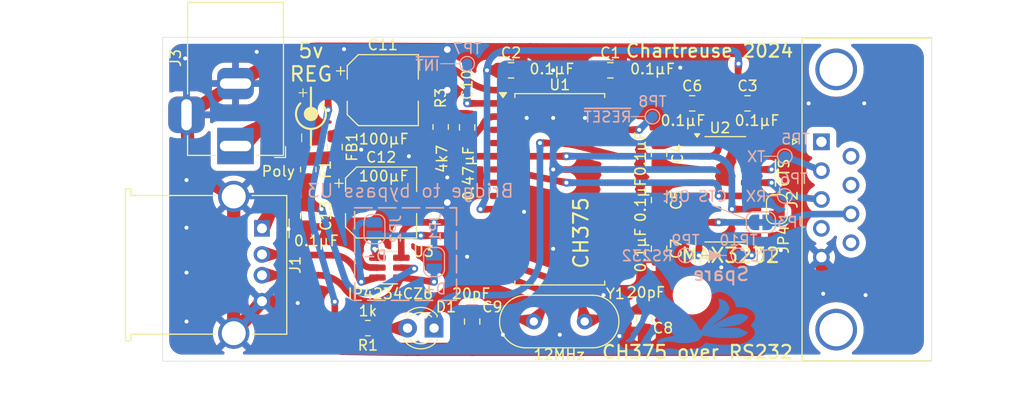
<source format=kicad_pcb>
(kicad_pcb (version 20240108) (generator "pcbnew") (generator_version "8.0")
  (layers (0 "F.Cu" signal) (31 "B.Cu" signal) (34 "B.Paste" user) (35 "F.Paste" user) (36 "B.SilkS" user "B.Silkscreen") (37 "F.SilkS" user "F.Silkscreen") (38 "B.Mask" user) (39 "F.Mask" user) (44 "Edge.Cuts" user))
  (net 0 "")
  (net 1 "VCC")
  (net 2 "GND")
  (net 3 "+3V3")
  (net 4 "Net-(U2-C1+)")
  (net 5 "Net-(U2-C1-)")
  (net 6 "Net-(U2-C2-)")
  (net 7 "Net-(U2-C2+)")
  (net 8 "Net-(U2-VS+)")
  (net 9 "Net-(U2-VS-)")
  (net 10 "Net-(U1-XI)")
  (net 11 "Net-(U1-XO)")
  (net 12 "Net-(U1-RESET_IN)")
  (net 13 "Net-(C12-Pad1)")
  (net 14 "Net-(D1-A)")
  (net 15 "~{ACT}")
  (net 16 "VBUS")
  (net 17 "Net-(J1-D+)")
  (net 18 "Net-(J1-D-)")
  (net 22 "RX")
  (net 24 "CTS")
  (net 26 "TX")
  (net 29 "CH_TXD")
  (net 30 "USB_D+")
  (net 31 "USB_D-")
  (net 32 "Net-(U1-~{INT})")
  (net 33 "Net-(U1-~{RESET})")
  (net 34 "Net-(U2-R2IN)")
  (net 35 "Net-(U2-R2OUT)")
  (net 42 "CH_RXD")
  (net 51 "Net-(JP3-A)")
  (net 52 "Net-(JP4-B)")
  (footprint "Capacitor_SMD:C_0805_2012Metric_Pad1.18x1.45mm_HandSolder" (layer "F.Cu") (at 150.3425 85.09 -90)
    (property "Reference" "C9")
    (property "Value" "20pF")
  )
  (footprint "Capacitor_SMD:C_0805_2012Metric_Pad1.18x1.45mm_HandSolder" (layer "F.Cu") (at 166.8525 84.8575 90)
    (property "Reference" "C8")
    (property "Value" "20pF")
  )
  (footprint "Capacitor_SMD:CP_Elec_6.3x5.9" (layer "F.Cu") (at 141.765 62.865)
    (property "Reference" "C11")
    (property "Value" "100µF")
  )
  (footprint "Package_SO:SOIC-16_3.9x9.9mm_P1.27mm" (layer "F.Cu") (at 174.625 72.39)
    (property "Reference" "U2")
    (property "Value" "MAX3232")
  )
  (footprint "Connector_BarrelJack:BarrelJack_Horizontal" (layer "F.Cu") (at 127.635 68.23 -90)
    (property "Reference" "J3")
    (property "Value" "Barrel_Jack_MountingPin")
  )
  (footprint "Capacitor_SMD:CP_Elec_6.3x5.9" (layer "F.Cu") (at 141.605 73.66)
    (property "Reference" "C12")
    (property "Value" "100µF")
  )
  (footprint "Capacitor_SMD:C_0805_2012Metric_Pad1.18x1.45mm_HandSolder" (layer "F.Cu") (at 168.275 73.4275 90)
    (property "Reference" "C5")
    (property "Value" "0.1µF")
  )
  (footprint "Connector_Dsub:DSUB-9_Female_Horizontal_P2.77x2.84mm_EdgePinOffset7.70mm_Housed_MountingHolesOffset9.12mm" (layer "F.Cu") (at 183.85 67.83 90)
    (property "Reference" "J2")
    (property "Value" "DE9_Receptacle_MountingHoles")
  )
  (footprint "Capacitor_SMD:C_0805_2012Metric_Pad1.18x1.45mm_HandSolder" (layer "F.Cu") (at 168.275 78.105 90)
    (property "Reference" "C7")
    (property "Value" "0.1µF")
  )
  (footprint "Capacitor_SMD:C_0805_2012Metric_Pad1.18x1.45mm_HandSolder" (layer "F.Cu") (at 149.86 66.4425 -90)
    (property "Reference" "C10")
    (property "Value" "0.47µF")
  )
  (footprint "Crystal:Crystal_HC49-4H_Vertical" (layer "F.Cu") (at 156.2575 85.09)
    (property "Reference" "Y1")
    (property "Value" "12MHz")
  )
  (footprint "Capacitor_SMD:C_0805_2012Metric_Pad1.18x1.45mm_HandSolder" (layer "F.Cu") (at 154.0725 60.96)
    (property "Reference" "C2")
    (property "Value" "0.1µF")
  )
  (footprint "Capacitor_SMD:C_0805_2012Metric_Pad1.18x1.45mm_HandSolder" (layer "F.Cu") (at 134.62 74.93 -90)
    (property "Reference" "C13")
    (property "Value" "0.1µF")
  )
  (footprint "MountingHole:MountingHole_2.2mm_M2" (layer "F.Cu") (at 171.45 82.55)
    (property "Reference" "H1")
    (property "Value" "MountingHole")
  )
  (footprint "LED_THT:LED_D3.0mm" (layer "F.Cu") (at 146.685 85.725 180)
    (property "Reference" "D1")
    (property "Value" "LED")
  )
  (footprint "Package_TO_SOT_SMD:SC-74-6_1.55x2.9mm_P0.95mm" (layer "F.Cu") (at 142.4 79.915)
    (property "Reference" "U3")
    (property "Value" "IP4234CZ6")
  )
  (footprint "Capacitor_SMD:C_0805_2012Metric_Pad1.18x1.45mm_HandSolder" (layer "F.Cu") (at 176.7625 64.135)
    (property "Reference" "C3")
    (property "Value" "0.1µF")
  )
  (footprint "Jumper:SolderJumper-2_P1.3mm_Bridged_RoundedPad1.0x1.5mm" (layer "F.Cu") (at 179.578 74.295 -90)
    (property "Reference" "JP4")
    (property "Value" "SolderJumper_2_Bridged")
  )
  (footprint "Capacitor_SMD:C_0805_2012Metric_Pad1.18x1.45mm_HandSolder" (layer "F.Cu") (at 168.275 68.9825 90)
    (property "Reference" "C4")
    (property "Value" "0.1µF")
  )
  (footprint "Capacitor_SMD:C_0805_2012Metric_Pad1.18x1.45mm_HandSolder" (layer "F.Cu") (at 171.45 64.135)
    (property "Reference" "C6")
    (property "Value" "0.1µF")
  )
  (footprint "Resistor_SMD:R_0805_2012Metric_Pad1.20x1.40mm_HandSolder" (layer "F.Cu") (at 147.32 66.405 90)
    (property "Reference" "R3")
    (property "Value" "4k7")
  )
  (footprint "Package_SO:SOP-28_8.4x18.16mm_P1.27mm" (layer "F.Cu") (at 158.75 72.39)
    (property "Reference" "U1")
    (property "Value" "CH375")
  )
  (footprint "Resistor_SMD:R_0805_2012Metric_Pad1.20x1.40mm_HandSolder" (layer "F.Cu") (at 140.335 85.725 180)
    (property "Reference" "R1")
    (property "Value" "1k")
  )
  (footprint "Inductor_SMD:L_0805_2012Metric_Pad1.15x1.40mm_HandSolder" (layer "F.Cu") (at 137.16 68.326 -90)
    (property "Reference" "FB1")
    (property "Value" "FerriteBead_Small")
  )
  (footprint "Resistor_SMD:R_0805_2012Metric_Pad1.20x1.40mm_HandSolder" (layer "F.Cu") (at 134.62 70.485 -90)
    (property "Reference" "F1")
    (property "Value" "Polyfuse 500mA")
  )
  (footprint "Connector_USB:USB_A_Molex_67643_Horizontal" (layer "F.Cu") (at 130.175 76.145 -90)
    (property "Reference" "J1")
    (property "Value" "USB_A")
  )
  (footprint "Capacitor_SMD:C_0805_2012Metric_Pad1.18x1.45mm_HandSolder" (layer "F.Cu") (at 163.5975 60.96)
    (property "Reference" "C1")
    (property "Value" "0.1µF")
  )
  (footprint "TestPoint:TestPoint_Pad_D1.0mm" (layer "B.Cu") (at 175.895 78.74 180)
    (property "Reference" "TP10")
    (property "Value" "TestPoint")
  )
  (footprint "TestPoint:TestPoint_Pad_D1.0mm" (layer "B.Cu") (at 180.34 69.215 180)
    (property "Reference" "TP5")
    (property "Value" "TestPoint")
  )
  (footprint "TestPoint:TestPoint_Pad_D1.0mm" (layer "B.Cu") (at 149.86 60.325 180)
    (property "Reference" "TP7")
    (property "Value" "TestPoint")
  )
  (footprint "TestPoint:TestPoint_Pad_D1.0mm" (layer "B.Cu") (at 180.34 73.025 180)
    (property "Reference" "TP6")
    (property "Value" "TestPoint")
  )
  (footprint "custom:kitlogo" (layer "B.Cu") (at 170.815 83.312 180)
    (property "Reference" "G***" (hide yes))
    (property "Value" "LOGO" (hide yes))
  )
  (footprint "TestPoint:TestPoint_Pad_D1.0mm" (layer "B.Cu") (at 167.64 65.405 180)
    (property "Reference" "TP8")
    (property "Value" "TestPoint")
  )
  (footprint "Jumper:SolderJumper-2_P1.3mm_Open_RoundedPad1.0x1.5mm" (layer "B.Cu") (at 140.97 76.215 90)
    (property "Reference" "JP2")
    (property "Value" "SolderJumper_2_Open")
  )
  (footprint "TestPoint:TestPoint_Pad_D1.0mm" (layer "B.Cu") (at 170.815 78.74 180)
    (property "Reference" "TP9")
    (property "Value" "TestPoint")
  )
  (footprint "Jumper:SolderJumper-2_P1.3mm_Bridged_RoundedPad1.0x1.5mm" (layer "B.Cu") (at 178.039 75.565)
    (property "Reference" "JP3")
    (property "Value" "SolderJumper_2_Bridged")
  )
  (footprint "Jumper:SolderJumper-2_P1.3mm_Open_RoundedPad1.0x1.5mm" (layer "B.Cu") (at 146.685 79.375 90)
    (property "Reference" "JP1")
    (property "Value" "SolderJumper_2_Open")
  )
  (gr_line (start 166.94 65.405) (end 165.608 65.405) (stroke (width 0.1)) (layer "B.SilkS"))
  (gr_line (start 172.085 78.74) (end 173.101 78.74) (stroke (width 0.1)) (layer "B.SilkS"))
  (gr_circle (center 173.99 78.74) (end 174.169605 78.74) (stroke (width 0.1)) (fill solid) (layer "B.SilkS"))
  (gr_poly (pts (xy 173.101 79.248) (xy 173.99 78.74) (xy 173.101 78.232)) (stroke (width 0.1)) (fill solid) (layer "B.SilkS"))
  (gr_line (start 174.169605 78.74) (end 174.752 78.74) (stroke (width 0.1)) (layer "B.SilkS"))
  (gr_line (start 176.639 75.265) (end 173.355 73.914) (stroke (width 0.1)) (layer "B.SilkS"))
  (gr_line (start 149.16 60.325) (end 147.32 60.325) (stroke (width 0.1)) (layer "B.SilkS"))
  (gr_line (start 178.308 69.215) (end 179.64 69.215) (stroke (width 0.1)) (layer "B.SilkS"))
  (gr_line (start 178.562 73.025) (end 179.64 73.025) (stroke (width 0.1)) (layer "B.SilkS"))
  (gr_rect (start 139.065 74.168) (end 148.844 83.058) (stroke (width 0.1524) (type dash)) (fill none) (layer "B.SilkS"))
  (gr_circle (center 134.873999 65.150999) (end 134.873999 64.515999) (stroke (width 0.1)) (fill solid) (layer "F.SilkS"))
  (gr_arc (start 135.889998 64.135) (mid 134.873999 66.587839) (end 133.858 64.135) (stroke (width 0.2032)) (layer "F.SilkS"))
  (gr_line (start 179.832 72.263) (end 179.878 72.895) (stroke (width 0.1)) (layer "F.SilkS"))
  (gr_line (start 133.731 63.119) (end 134.493 63.119) (stroke (width 0.1)) (layer "F.SilkS"))
  (gr_line (start 134.112 63.5) (end 134.112 62.738) (stroke (width 0.1)) (layer "F.SilkS"))
  (gr_line (start 134.873999 66.587839) (end 134.874 68.199) (stroke (width 0.2032)) (layer "F.SilkS"))
  (gr_line (start 133.985 67.818) (end 133.985 67.056) (stroke (width 0.1)) (layer "F.SilkS"))
  (gr_line (start 134.873999 65.150999) (end 134.874 62.611) (stroke (width 0.2032)) (layer "F.SilkS"))
  (gr_rect (start 120.65 57.785) (end 194.437 88.9) (stroke (width 0.05)) (fill none) (layer "Edge.Cuts"))
  (gr_text "~{INT}" (at 147.32 61.087 0) (layer "B.SilkS") (effects (font (size 1.016 1.016) (thickness 0.1524)) (justify left bottom mirror)))
  (gr_text "TX" (at 178.562 69.85 0) (layer "B.SilkS") (effects (font (size 1.016 1.016) (thickness 0.1524)) (justify left bottom mirror)))
  (gr_text "RS232" (at 169.672 79.375 0) (layer "B.SilkS") (effects (font (size 1.016 1.016) (thickness 0.1524)) (justify left bottom mirror)))
  (gr_text "Bridge to bypass U3" (at 154.432 73.279 0) (layer "B.SilkS") (effects (font (size 1.27 1.27) (thickness 0.1524)) (justify left bottom mirror)))
  (gr_text "CTS Out" (at 174.879 73.66 0) (layer "B.SilkS") (effects (font (size 1.016 1.016) (thickness 0.1524)) (justify left bottom mirror)))
  (gr_text "Spare" (at 177.038 81.28 0) (layer "B.SilkS") (effects (font (size 1.27 1.27) (thickness 0.2032)) (justify left bottom mirror)))
  (gr_text "TTL" (at 179.578 79.375 0) (layer "B.SilkS") (effects (font (size 1.016 1.016) (thickness 0.1524)) (justify left bottom mirror)))
  (gr_text "D-" (at 142.24 79.375 0) (layer "B.SilkS") (effects (font (size 1.016 1.016) (thickness 0.1524)) (justify left bottom mirror)))
  (gr_text "~{RESET}" (at 165.735 66.04 0) (layer "B.SilkS") (effects (font (size 1.016 1.016) (thickness 0.1524)) (justify left bottom mirror)))
  (gr_text "D+" (at 147.955 82.55 0) (layer "B.SilkS") (effects (font (size 1.016 1.016) (thickness 0.1524)) (justify left bottom mirror)))
  (gr_text "RX" (at 178.689 73.66 0) (layer "B.SilkS") (effects (font (size 1.016 1.016) (thickness 0.1524)) (justify left bottom mirror)))
  (gr_text "5v\nREG" (at 134.874 60.198 0) (layer "F.SilkS") (effects (font (size 1.397 1.397) (thickness 0.2032))))
  (gr_text "~{CTS}" (at 180.848 72.263 90) (layer "F.SilkS") (effects (font (size 1 1) (thickness 0.1524)) (justify left bottom)))
  (gr_text "CH375 over RS232" (at 162.687 88.773 0) (layer "F.SilkS") (effects (font (size 1.27 1.27) (thickness 0.2032)) (justify left bottom)))
  (gr_text "Poly" (at 130.048 71.247 0) (layer "F.SilkS") (effects (font (size 1 1) (thickness 0.1524)) (justify left bottom)))
  (gr_text "Chartreuse 2024" (at 164.973 59.817 0) (layer "F.SilkS") (effects (font (size 1.27 1.27) (thickness 0.2032)) (justify left bottom)))
  (segment (start 163.331271 63.423924) (end 164.3125 64.135) (width 0.635) (layer "F.Cu") (net 1))
  (segment (start 140.6525 61.595) (end 139.065 62.865) (width 0.635) (layer "F.Cu") (net 1))
  (segment (start 138.2475 85.725) (end 139.335 85.725) (width 0.635) (layer "F.Cu") (net 1))
  (segment (start 136.525 64.77) (end 136.525 63.8175) (width 0.635) (layer "F.Cu") (net 1))
  (segment (start 137.16 83.185) (end 137.16 84.6375) (width 0.635) (layer "F.Cu") (net 1))
  (segment (start 135.5725 62.865) (end 137.4775 62.865) (width 1.27) (layer "F.Cu") (net 1))
  (segment (start 140.978274 65.269726) (end 137.16 67.301) (width 1.27) (layer "F.Cu") (net 1))
  (segment (start 161.6075 62.865) (end 152.608551 62.865) (width 0.635) (layer "F.Cu") (net 1))
  (segment (start 162.56 61.9125) (end 162.56 60.96) (width 0.635) (layer "F.Cu") (net 1))
  (segment (start 144.272991 60.325) (end 146.476448 60.325) (width 0.635) (layer "F.Cu") (net 1))
  (segment (start 147.32 65.405) (end 141.754903 65.405) (width 1.27) (layer "F.Cu") (net 1))
  (segment (start 137.4775 62.865) (end 139.065 62.865) (width 1.27) (layer "F.Cu") (net 1))
  (segment (start 139.065 62.865) (end 139.7 64.135) (width 1.27) (layer "F.Cu") (net 1))
  (segment (start 147.32 65.405) (end 149.86 65.405) (width 1.27) (layer "F.Cu") (net 1))
  (segment (start 133.864603 63.4452) (end 127.635 68.23) (width 1.27) (layer "F.Cu") (net 1))
  (via (at 137.16 83.185) (size 0.762) (drill 0.381) (layers "F.Cu" "B.Cu") (net 1))
  (via (at 136.525 64.77) (size 0.762) (drill 0.381) (layers "F.Cu" "B.Cu") (net 1))
  (arc (start 149.5425 61.595) (mid 150.949216 62.534937) (end 152.608551 62.865) (width 0.635) (layer "F.Cu") (net 1))
  (arc (start 149.5425 61.595) (mid 148.135783 60.655062) (end 146.476448 60.325) (width 0.635) (layer "F.Cu") (net 1))
  (arc (start 136.525 63.8175) (mid 136.246019 63.14398) (end 135.5725 62.865) (width 0.635) (layer "F.Cu") (net 1))
  (arc (start 137.16 84.6375) (mid 137.478521 85.406478) (end 138.2475 85.725) (width 0.635) (layer "F.Cu") (net 1))
  (arc (start 163.331271 63.423924) (mid 162.51356 63.008222) (end 161.6075 62.865) (width 0.635) (layer "F.Cu") (net 1))
  (arc (start 162.56 61.9125) (mid 162.763961 62.760919) (end 163.331271 63.423924) (width 0.635) (layer "F.Cu") (net 1))
  (arc (start 161.6075 62.865) (mid 162.281019 62.586019) (end 162.56 61.9125) (width 0.635) (layer "F.Cu") (net 1))
  (arc (start 144.272991 60.325) (mid 142.354602 60.651708) (end 140.6525 61.595) (width 0.635) (layer "F.Cu") (net 1))
  (arc (start 137.4775 62.865) (mid 136.80398 63.14398) (end 136.525 63.8175) (width 0.635) (layer "F.Cu") (net 1))
  (arc (start 135.5725 62.865) (mid 134.67062 63.014009) (end 133.864603 63.4452) (width 1.27) (layer "F.Cu") (net 1))
  (arc (start 139.7 64.135) (mid 140.547061 65.061877) (end 141.754903 65.405) (width 1.27) (layer "F.Cu") (net 1))
  (segment (start 136.525 64.77) (end 135.073059 72.0297) (width 0.635) (layer "B.Cu") (net 1))
  (segment (start 135.25465 76.516275) (end 137.16 83.185) (width 0.635) (layer "B.Cu") (net 1))
  (arc (start 135.073059 72.0297) (mid 134.895809 74.283836) (end 135.25465 76.516275) (width 0.635) (layer "B.Cu") (net 1))
  (segment (start 147.955 73.66) (end 144.305 73.66) (width 1.27) (layer "F.Cu") (net 2))
  (segment (start 147.955 62.865) (end 144.465 62.865) (width 1.27) (layer "F.Cu") (net 2))
  (segment (start 145.169 87.765) (end 145.161 87.757) (width 1.27) (layer "F.Cu") (net 2))
  (segment (start 179.705 85.765001) (end 179.705 84.549998) (width 1.27) (layer "F.Cu") (net 2))
  (segment (start 180.34 72.39) (end 179.578 73.645) (width 0.635) (layer "F.Cu") (net 2))
  (segment (start 158.115 70.485) (end 164.3125 70.485) (width 0.635) (layer "F.Cu") (net 2))
  (segment (start 158.115 60.96) (end 155.11 60.96) (width 0.635) (layer "F.Cu") (net 2))
  (segment (start 182.323829 82.55) (end 181.704998 82.55) (width 1.27) (layer "F.Cu") (net 2))
  (segment (start 127.465 86.215) (end 127.465 73.075) (width 1.27) (layer "F.Cu") (net 2))
  (segment (start 140.532348 87.719722) (end 137.897589 87.6688) (width 1.27) (layer "F.Cu") (net 2))
  (segment (start 188.638043 64.135) (end 187.96 64.135) (width 1.27) (layer "F.Cu") (net 2))
  (segment (start 127.465 86.215) (end 130.175 83.145) (width 1.27) (layer "F.Cu") (net 2))
  (segment (start 180.34 66.114951) (end 180.34 67.595) (width 1.27) (layer "F.Cu") (net 2))
  (segment (start 183.896 82.55) (end 182.323829 82.55) (width 1.27) (layer "F.Cu") (net 2))
  (segment (start 139.152253 77.966603) (end 139.690712 79.283651) (width 0.635) (layer "F.Cu") (net 2))
  (segment (start 163.488547 59.011534) (end 165.441452 59.017465) (width 1.27) (layer "F.Cu") (net 2))
  (segment (start 123.783144 70.844355) (end 124.969433 71.563066) (width 1.27) (layer "F.Cu") (net 2))
  (segment (start 177.705001 87.765) (end 168.5925 87.765) (width 1.27) (layer "F.Cu") (net 2))
  (segment (start 131.357509 60.074006) (end 127.635 62.23) (width 1.27) (layer "F.Cu") (net 2))
  (segment (start 140.594423 79.902788) (end 141.25 79.915) (width 0.635) (layer "F.Cu") (net 2))
  (segment (start 176.212507 59.050178) (end 172.15963 59.037869) (width 1.27) (layer "F.Cu") (net 2))
  (segment (start 166.8525 85.895) (end 166.878 87.765) (width 1.27) (layer "F.Cu") (net 2))
  (segment (start 170.27193 61.049632) (end 170.4125 64.135) (width 1.27) (layer "F.Cu") (net 2))
  (segment (start 147.955 58.964357) (end 138.049 58.928) (width 1.27) (layer "F.Cu") (net 2))
  (segment (start 133.887156 83.170981) (end 133.604 83.312) (width 1.27) (layer "F.Cu") (net 2))
  (segment (start 185.97617 82.55) (end 184.15 82.55) (width 1.27) (layer "F.Cu") (net 2))
  (segment (start 153.949137 58.982561) (end 155.930862 58.98858) (width 1.27) (layer "F.Cu") (net 2))
  (segment (start 150.368 87.765) (end 145.169 87.765) (width 1.27) (layer "F.Cu") (net 2))
  (segment (start 184 80.73) (end 183.85 78.91) (width 1.27) (layer "F.Cu") (net 2))
  (segment (start 187.96 64.135) (end 182.626 64.135) (width 1.27) (layer "F.Cu") (net 2))
  (segment (start 178.72 69.215) (end 177.1 69.215) (width 0.635) (layer "F.Cu") (net 2))
  (segment (start 164.55 59.98725) (end 164.635 60.96) (width 1.27) (layer "F.Cu") (net 2))
  (segment (start 136.525 76.08375) (end 134.62 75.9675) (width 0.635) (layer "F.Cu") (net 2))
  (segment (start 145.154414 87.763586) (end 144.046579 87.763586) (width 1.27) (layer "F.Cu") (net 2))
  (segment (start 156.5275 58.990392) (end 159.7025 59.000035) (width 1.27) (layer "F.Cu") (net 2))
  (segment (start 122.935 65.23) (end 127.635 62.23) (width 1.27) (layer "F.Cu") (net 2))
  (segment (start 168.5925 87.765) (end 167.9575 87.765) (width 1.27) (layer "F.Cu") (net 2))
  (segment (start 167.836866 59.02474) (end 172.15963 59.037869) (width 1.27) (layer "F.Cu") (net 2))
  (segment (start 167.3225 87.765) (end 166.878 87.765) (width 1.27) (layer "F.Cu") (net 2))
  (segment (start 180.34 70.835) (end 180.34 72.39) (width 0.635) (layer "F.Cu") (net 2))
  (segment (start 133.604 83.312) (end 130.175 83.145) (width 1.27) (layer "F.Cu") (net 2))
  (segment (start 190.62036 66.131902) (end 190.514683 80.547024) (width 1.27) (layer "F.Cu") (net 2))
  (segment (start 158.115 78.105) (end 153.1875 78.105) (width 0.635) (layer "F.Cu") (net 2))
  (segment (start 167.9575 87.765) (end 168.275 87.4475) (width 0.635) (layer "F.Cu") (net 2))
  (segment (start 155.025 59.972785) (end 155.11 60.96) (width 1.27) (layer "F.Cu") (net 2))
  (segment (start 180.975 63.425048) (end 180.975 60.6425) (width 1.27) (layer "F.Cu") (net 2))
  (segment (start 184.023 82.423) (end 183.896 82.55) (width 1.27) (layer "F.Cu") (net 2))
  (segment (start 145.161 87.757) (end 145.154414 87.763586) (width 1.27) (layer "F.Cu") (net 2))
  (segment (start 155.930862 58.98858) (end 156.5275 58.990392) (width 1.27) (layer "F.Cu") (net 2))
  (segment (start 168.275 87.4475) (end 168.275 79.1425) (width 0.635) (layer "F.Cu") (net 2))
  (segment (start 135.89 85.622035) (end 135.89 85.187892) (width 1.27) (layer "F.Cu") (net 2))
  (segment (start 150.3425 86.1275) (end 150.368 87.765) (width 1.27) (layer "F.Cu") (net 2))
  (segment (start 167.9575 87.765) (end 167.3225 87.765) (width 1.27) (layer "F.Cu") (net 2))
  (segment (start 132.715 76.2) (end 134.62 75.9675) (width 0.635) (layer "F.Cu") (net 2))
  (segment (start 166.878 87.765) (end 150.368 87.765) (width 1.27) (layer "F.Cu") (net 2))
  (segment (start 147.955 58.964357) (end 153.949137 58.982561) (width 1.27) (layer "F.Cu") (net 2))
  (segment (start 184.15 82.55) (end 184.023 82.423) (width 1.27) (layer "F.Cu") (net 2))
  (segment (start 163.488547 59.011534) (end 159.7025 59.000035) (width 1.27) (layer "F.Cu") (net 2))
  (segment (start 127.465 73.075) (end 124.969433 71.563066) (width 1.27) (layer "F.Cu") (net 2))
  (segment (start 122.935 65.23) (end 123.156386 69.792304) (width 1.27) (layer "F.Cu") (net 2))
  (segment (start 188.087 82.55) (end 185.97617 82.55) (width 1.27) (layer "F.Cu") (net 2))
  (segment (start 138.049 58.928) (end 135.652542 58.926993) (width 1.27) (layer "F.Cu") (net 2))
  (segment (start 177.8 60.6425) (end 177.8 64.135) (width 1.27) (layer "F.Cu") (net 2))
  (segment (start 180.34 67.595) (end 180.34 70.835) (width 1.27) (layer "F.Cu") (net 2))
  (segment (start 188.49697 82.55) (end 188.087 82.55) (width 1.27) (layer "F.Cu") (net 2))
  (segment (start 182.626 64.135) (end 181.684951 64.135) (width 1.27) (layer "F.Cu") (net 2))
  (segment (start 165.441452 59.017465) (end 167.836866 59.02474) (width 1.27) (layer "F.Cu") (net 2))
  (via (at 170.307 60.706) (size 0.762) (drill 0.381) (layers "F.Cu" "B.Cu") (net 2))
  (via (at 144.272 69.215) (size 0.762) (drill 0.381) (layers "F.Cu" "B.Cu") (net 2))
  (via (at 139.7 68.58) (size 0.762) (drill 0.381) (layers "F.Cu" "B.Cu") (net 2))
  (via (at 158.115 78.105) (size 0.762) (drill 0.381) (layers "F.Cu" "B.Cu") (net 2))
  (via (at 164.465 86.487) (size 0.762) (drill 0.381) (layers "F.Cu" "B.Cu") (net 2))
  (via (at 147.955 73.66) (size 1.27) (drill 0.635) (layers "F.Cu" "B.Cu") (net 2))
  (via (at 155.575 65.532) (size 0.762) (drill 0.381) (layers "F.Cu" "B.Cu") (net 2))
  (via (at 179.959 78.232) (size 0.762) (drill 0.381) (layers "F.Cu" "B.Cu") (net 2))
  (via (at 184.023 82.423) (size 0.762) (drill 0.381) (layers "F.Cu" "B.Cu") (net 2))
  (via (at 122.936 76.073) (size 0.762) (drill 0.381) (layers "F.Cu" "B.Cu") (net 2))
  (via (at 162.941 82.55) (size 0.762) (drill 0.381) (layers "F.Cu" "B.Cu") (net 2))
  (via (at 174.244 79.883) (size 0.762) (drill 0.381) (layers "F.Cu" "B.Cu") (net 2))
  (via (at 122.936 85.09) (size 0.762) (drill 0.381) (layers "F.Cu" "B.Cu") (net 2))
  (via (at 147.955 71.247) (size 0.762) (drill 0.381) (layers "F.Cu" "B.Cu") (net 2))
  (via (at 158.115 60.96) (size 0.762) (drill 0.381) (layers "F.Cu" "B.Cu") (net 2))
  (via (at 133.604 83.312) (size 0.762) (drill 0.381) (layers "F.Cu" "B.Cu") (net 2))
  (via (at 161.163 65.532) (size 0.762) (drill 0.381) (layers "F.Cu" "B.Cu") (net 2))
  (via (at 187.96 64.135) (size 0.762) (drill 0.381) (layers "F.Cu" "B.Cu") (net 2))
  (via (at 147.955 62.865) (size 1.27) (drill 0.635) (layers "F.Cu" "B.Cu") (net 2))
  (via (at 155.321 74.549) (size 0.762) (drill 0.381) (layers "F.Cu" "B.Cu") (net 2))
  (via (at 188.087 82.55) (size 0.762) (drill 0.381) (layers "F.Cu" "B.Cu") (net 2))
  (via (at 147.955 58.964357) (size 1.27) (drill 0.635) (layers "F.Cu" "B.Cu") (net 2))
  (via (at 138.049 58.928) (size 0.762) (drill 0.381) (layers "F.Cu" "B.Cu") (net 2))
  (via (at 153.289 86.36) (size 0.762) (drill 0.381) (layers "F.Cu" "B.Cu") (net 2))
  (via (at 122.809 59.817) (size 0.762) (drill 0.381) (layers "F.Cu" "B.Cu") (net 2))
  (via (at 129.667 59.182) (size 0.762) (drill 0.381) (layers "F.Cu" "B.Cu") (net 2))
  (via (at 149.86 78.867) (size 0.762) (drill 0.381) (layers "F.Cu" "B.Cu") (net 2))
  (via (at 158.75 86.36) (size 0.762) (drill 0.381) (layers "F.Cu" "B.Cu") (net 2))
  (via (at 122.936 80.391) (size 0.762) (drill 0.381) (layers "F.Cu" "B.Cu") (net 2))
  (via (at 158.115 65.532) (size 0.762) (drill 0.381) (layers "F.Cu" "B.Cu") (net 2))
  (via (at 122.936 71.501) (size 0.762) (drill 0.381) (layers "F.Cu" "B.Cu") (net 2))
  (via (at 182.626 64.135) (size 0.762) (drill 0.381) (layers "F.Cu" "B.Cu") (net 2))
  (via (at 158.115 70.485) (size 0.762) (drill 0.381) (layers "F.Cu" "B.Cu") (net 2))
  (via (at 132.715 76.2) (size 0.762) (drill 0.381) (layers "F.Cu" "B.Cu") (net 2))
  (arc (start 176.212507 59.050178) (mid 177.800001 59.053794) (end 179.3875 59.055) (width 1.27) (layer "F.Cu") (net 2))
  (arc (start 136.525 76.08375) (mid 138.109783 76.646816) (end 139.152253 77.966603) (width 0.635) (layer "F.Cu") (net 2))
  (arc (start 144.046579 87.763586) (mid 142.28939 87.747312) (end 140.532348 87.719722) (width 1.27) (layer "F.Cu") (net 2))
  (arc (start 180.6575 64.77) (mid 180.894548 64.116007) (end 180.975 63.425048) (width 1.27) (layer "F.Cu") (net 2))
  (arc (start 180.975 60.6425) (mid 180.510032 59.519967) (end 179.3875 59.055) (width 1.27) (layer "F.Cu") (net 2))
  (arc (start 164.55 59.98725) (mid 164.208579 59.293451) (end 163.488547 59.011534) (width 1.27) (layer "F.Cu") (net 2))
  (arc (start 179.705 85.765001) (mid 179.119213 87.179213) (end 177.705001 87.765) (width 1.27) (layer "F.Cu") (net 2))
  (arc (start 180.6575 64.77) (mid 180.420451 65.423991) (end 180.34 66.114951) (width 1.27) (layer "F.Cu") (net 2))
  (arc (start 135.89 85.187892) (mid 135.304228 83.766685) (end 133.887156 83.170981) (width 1.27) (layer "F.Cu") (net 2))
  (arc (start 123.156386 69.792304) (mid 123.338582 70.396481) (end 123.783144 70.844355) (width 1.27) (layer "F.Cu") (net 2))
  (arc (start 190.62036 66.131902) (mid 190.044919 64.72077) (end 188.638043 64.135) (width 1.27) (layer "F.Cu") (net 2))
  (arc (start 180.34 70.835) (mid 179.865512 69.689487) (end 178.72 69.215) (width 0.635) (layer "F.Cu") (net 2))
  (arc (start 170.27193 61.049632) (mid 169.527124 59.614971) (end 167.836866 59.02474) (width 1.27) (layer "F.Cu") (net 2))
  (arc (start 155.930862 58.98858) (mid 155.261157 59.281163) (end 155.025 59.972785) (width 1.27) (layer "F.Cu") (net 2))
  (arc (start 179.3875 59.055) (mid 178.264967 59.519967) (end 177.8 60.6425) (width 1.27) (layer "F.Cu") (net 2))
  (arc (start 180.975 63.425048) (mid 181.182939 63.927059) (end 181.684951 64.135) (width 1.27) (layer "F.Cu") (net 2))
  (arc (start 190.514683 80.547024) (mid 189.918507 81.964229) (end 188.49697 82.55) (width 1.27) (layer "F.Cu") (net 2))
  (arc (start 135.652542 58.926993) (mid 133.428879 59.215366) (end 131.357509 60.074006) (width 1.27) (layer "F.Cu") (net 2))
  (arc (start 177.8 60.6425) (mid 177.335326 59.518264) (end 176.212507 59.050178) (width 1.27) (layer "F.Cu") (net 2))
  (arc (start 137.897589 87.6688) (mid 136.475676 87.055532) (end 135.89 85.622035) (width 1.27) (layer "F.Cu") (net 2))
  (arc (start 170.307 60.706) (mid 170.792985 59.630706) (end 170.27193 61.049632) (width 1.27) (layer "F.Cu") (net 2))
  (arc (start 178.72 69.215) (mid 179.865512 68.740512) (end 180.34 67.595) (width 0.635) (layer "F.Cu") (net 2))
  (arc (start 181.684951 64.135) (mid 181.08103 64.306561) (end 180.6575 64.77) (width 1.27) (layer "F.Cu") (net 2))
  (arc (start 182.323829 82.55) (mid 183.560957 82.007507) (end 184 80.73) (width 1.27) (layer "F.Cu") (net 2))
  (arc (start 184 80.73) (mid 184.632886 82.025677) (end 185.97617 82.55) (width 1.27) (layer "F.Cu") (net 2))
  (arc (start 165.441452 59.017465) (mid 164.781944 59.305843) (end 164.55 59.98725) (width 1.27) (layer "F.Cu") (net 2))
  (arc (start 139.690712 79.283651) (mid 140.049845 79.728559) (end 140.594423 79.902788) (width 0.635) (layer "F.Cu") (net 2))
  (arc (start 172.15963 59.037869) (mid 170.792985 59.630706) (end 170.307 60.706) (width 1.27) (layer "F.Cu") (net 2))
  (arc (start 181.704998 82.55) (mid 180.290785 83.135785) (end 179.705 84.549998) (width 1.27) (layer "F.Cu") (net 2))
  (arc (start 155.025 59.972785) (mid 154.67937 59.26874) (end 153.949137 58.982561) (width 1.27) (layer "F.Cu") (net 2))
  (segment (start 158.115 70.485) (end 158.115 65.532) (width 0.635) (layer "B.Cu") (net 2))
  (segment (start 128.5025 73.05) (end 127.465 73.075) (width 0.635) (layer "B.Cu") (net 2))
  (segment (start 158.115 70.485) (end 158.115 78.105) (width 0.635) (layer "B.Cu") (net 2))
  (segment (start 132.715 74.6125) (end 132.715 76.2) (width 0.635) (layer "B.Cu") (net 2))
  (segment (start 131.1275 73.025) (end 130.577801 73.025) (width 0.635) (layer "B.Cu") (net 2))
  (segment (start 147.955 58.964357) (end 147.955 62.865) (width 1.27) (layer "B.Cu") (net 2))
  (segment (start 147.955 73.66) (end 147.955 71.247) (width 1.27) (layer "B.Cu") (net 2))
  (segment (start 158.115 65.532) (end 158.115 60.96) (width 0.635) (layer "B.Cu") (net 2))
  (segment (start 147.955 71.247) (end 147.955 62.865) (width 1.27) (layer "B.Cu") (net 2))
  (arc (start 132.715 74.6125) (mid 132.250032 73.489967) (end 131.1275 73.025) (width 0.635) (layer "B.Cu") (net 2))
  (arc (start 130.577801 73.025) (mid 129.540075 73.03125) (end 128.5025 73.05) (width 0.635) (layer "B.Cu") (net 2))
  (segment (start 151.765 60.96) (end 153.035 60.96) (width 0.635) (layer "F.Cu") (net 3))
  (segment (start 151.13 74.295) (end 153.1875 74.295) (width 0.635) (layer "F.Cu") (net 3))
  (segment (start 175.725 64.135) (end 175.895 60.325) (width 0.635) (layer "F.Cu") (net 3))
  (segment (start 175.725 64.135) (end 177.1 67.945) (width 0.635) (layer "F.Cu") (net 3))
  (via (at 151.765 60.96) (size 0.762) (drill 0.381) (layers "F.Cu" "B.Cu") (net 3))
  (via (at 151.13 74.295) (size 0.762) (drill 0.381) (layers "F.Cu" "B.Cu") (net 3))
  (via (at 175.895 60.325) (size 0.762) (drill 0.381) (layers "F.Cu" "B.Cu") (net 3))
  (segment (start 151.765 60.96) (end 151.765 72.315048) (width 0.635) (layer "B.Cu") (net 3))
  (segment (start 151.4475 73.66) (end 151.13 74.295) (width 0.635) (layer "B.Cu") (net 3))
  (segment (start 175.895 59.69) (end 175.895 60.325) (width 0.635) (layer "B.Cu") (net 3))
  (segment (start 153.669999 59.055) (end 175.26 59.055) (width 0.635) (layer "B.Cu") (net 3))
  (arc (start 175.26 59.055) (mid 175.709012 59.240987) (end 175.895 59.69) (width 0.635) (layer "B.Cu") (net 3))
  (arc (start 151.765 72.315048) (mid 151.684548 73.006007) (end 151.4475 73.66) (width 0.635) (layer "B.Cu") (net 3))
  (arc (start 153.669999 59.055) (mid 152.322961 59.612961) (end 151.765 60.96) (width 0.635) (layer "B.Cu") (net 3))
  (segment (start 168.275 67.945) (end 172.15 67.945) (width 0.635) (layer "F.Cu") (net 4))
  (segment (start 168.275 70.02) (end 172.15 70.485) (width 0.635) (layer "F.Cu") (net 5))
  (segment (start 171.165 73.025) (end 172.15 73.025) (width 0.635) (layer "F.Cu") (net 6))
  (segment (start 169.394232 73.618965) (end 168.275 74.465) (width 0.635) (layer "F.Cu") (net 6))
  (arc (start 171.165 73.025) (mid 170.231135 73.177448) (end 169.394232 73.618965) (width 0.635) (layer "F.Cu") (net 6))
  (segment (start 171.165 71.755) (end 172.15 71.755) (width 0.635) (layer "F.Cu") (net 7))
  (segment (start 169.245546 72.066484) (end 168.275 72.39) (width 0.635) (layer "F.Cu") (net 7))
  (arc (start 171.165 71.755) (mid 170.192718 71.833377) (end 169.245546 72.066484) (width 0.635) (layer "F.Cu") (net 7))
  (segment (start 173.23875 64.77) (end 172.4875 64.135) (width 0.635) (layer "F.Cu") (net 8))
  (segment (start 173.07 69.215) (end 172.15 69.215) (width 0.635) (layer "F.Cu") (net 8))
  (segment (start 173.99 66.388667) (end 173.99 68.295) (width 0.635) (layer "F.Cu") (net 8))
  (arc (start 173.99 68.295) (mid 173.720538 68.945538) (end 173.07 69.215) (width 0.635) (layer "F.Cu") (net 8))
  (arc (start 173.23875 64.77) (mid 173.793035 65.496414) (end 173.99 66.388667) (width 0.635) (layer "F.Cu") (net 8))
  (segment (start 171.4825 74.295) (end 172.15 74.295) (width 0.635) (layer "F.Cu") (net 9))
  (segment (start 170.343006 74.766993) (end 170.18 74.93) (width 0.635) (layer "F.Cu") (net 9))
  (segment (start 168.965285 76.250843) (end 168.275 77.0675) (width 0.635) (layer "F.Cu") (net 9))
  (arc (start 170.18 74.93) (mid 169.558827 75.577716) (end 168.965285 76.250843) (width 0.635) (layer "F.Cu") (net 9))
  (arc (start 171.4825 74.295) (mid 170.86581 74.417666) (end 170.343006 74.766993) (width 0.635) (layer "F.Cu") (net 9))
  (segment (start 159.134807 81.39792) (end 153.1875 79.375) (width 0.635) (layer "F.Cu") (net 10))
  (segment (start 161.1375 85.09) (end 160.89625 83.5025) (width 0.635) (layer "F.Cu") (net 10))
  (segment (start 161.1375 85.09) (end 166.8525 83.82) (width 0.635) (layer "F.Cu") (net 10))
  (arc (start 159.134807 81.39792) (mid 160.310192 82.203588) (end 160.89625 83.5025) (width 0.635) (layer "F.Cu") (net 10))
  (segment (start 156.647487 81.982651) (end 153.1875 80.645) (width 0.635) (layer "F.Cu") (net 11))
  (segment (start 157.18625 83.82) (end 156.2575 85.09) (width 0.635) (layer "F.Cu") (net 11))
  (segment (start 156.2575 85.09) (end 150.3425 84.0525) (width 0.635) (layer "F.Cu") (net 11))
  (arc (start 156.647487 81.982651) (mid 157.370113 82.768421) (end 157.18625 83.82) (width 0.635) (layer "F.Cu") (net 11))
  (segment (start 150.530361 67.055085) (end 149.86 67.48) (width 0.635) (layer "F.Cu") (net 12))
  (segment (start 152.474951 65.405) (end 153.1875 65.405) (width 0.635) (layer "F.Cu") (net 12))
  (arc (start 151.4475 66.04) (mid 151.058153 66.610085) (end 150.530361 67.055085) (width 0.635) (layer "F.Cu") (net 12))
  (arc (start 152.474951 65.405) (mid 151.87103 65.576561) (end 151.4475 66.04) (width 0.635) (layer "F.Cu") (net 12))
  (segment (start 137.16 69.351) (end 134.62 69.485) (width 1.27) (layer "F.Cu") (net 13))
  (segment (start 137.16 69.351) (end 138.905 73.66) (width 1.27) (layer "F.Cu") (net 13))
  (segment (start 144.145 85.725) (end 141.335 85.725) (width 0.635) (layer "F.Cu") (net 14))
  (segment (start 156.845 67.945) (end 158.115 67.945) (width 0.635) (layer "F.Cu") (net 15))
  (segment (start 160.614809 68.261967) (end 164.3125 69.215) (width 0.635) (layer "F.Cu") (net 15))
  (via (at 156.845 67.945) (size 0.762) (drill 0.381) (layers "F.Cu" "B.Cu") (net 15))
  (arc (start 160.614809 68.261967) (mid 159.374912 68.024557) (end 158.115 67.945) (width 0.635) (layer "F.Cu") (net 15))
  (segment (start 153.144398 82.55) (end 149.224302 82.55) (width 0.635) (layer "B.Cu") (net 15))
  (segment (start 146.685 85.089302) (end 146.685 85.725) (width 0.635) (layer "B.Cu") (net 15))
  (segment (start 156.845 67.945) (end 156.845 78.849398) (width 0.635) (layer "B.Cu") (net 15))
  (arc (start 149.224302 82.55) (mid 147.428744 83.293744) (end 146.685 85.089302) (width 0.635) (layer "B.Cu") (net 15))
  (arc (start 156.845 78.849398) (mid 155.761119 81.466119) (end 153.144398 82.55) (width 0.635) (layer "B.Cu") (net 15))
  (segment (start 135.89 74.295) (end 134.62 73.8925) (width 0.635) (layer "F.Cu") (net 16))
  (segment (start 144.78 80.01) (end 143.55 79.915) (width 0.635) (layer "F.Cu") (net 16))
  (segment (start 134.62 73.8925) (end 132.836634 73.761907) (width 1.27) (layer "F.Cu") (net 16))
  (segment (start 130.81 74.9025) (end 130.175 76.145) (width 1.27) (layer "F.Cu") (net 16))
  (segment (start 134.62 73.8925) (end 134.62 71.485) (width 1.27) (layer "F.Cu") (net 16))
  (via (at 135.89 74.295) (size 0.762) (drill 0.381) (layers "F.Cu" "B.Cu") (net 16))
  (via (at 144.78 80.01) (size 0.762) (drill 0.381) (layers "F.Cu" "B.Cu") (net 16))
  (arc (start 132.836634 73.761907) (mid 131.651356 74.026659) (end 130.81 74.9025) (width 1.27) (layer "F.Cu") (net 16))
  (segment (start 135.89 74.295) (end 138.1125 80.9625) (width 0.635) (layer "B.Cu") (net 16))
  (segment (start 141.206736 82.051865) (end 144.78 80.01) (width 0.635) (layer "B.Cu") (net 16))
  (arc (start 138.1125 80.9625) (mid 138.597596 81.747403) (end 139.3825 82.2325) (width 0.635) (layer "B.Cu") (net 16))
  (arc (start 139.3825 82.2325) (mid 140.313889 82.336807) (end 141.206736 82.051865) (width 0.635) (layer "B.Cu") (net 16))
  (segment (start 143.55 80.865) (end 142.895 82.025) (width 0.635) (layer "F.Cu") (net 17))
  (segment (start 135.5725 80.645) (end 130.175 80.645) (width 0.635) (layer "F.Cu") (net 17))
  (segment (start 143.55 80.865) (end 146.685 81.28) (width 0.635) (layer "F.Cu") (net 17))
  (segment (start 140.907849 83.185) (end 140.6525 83.185) (width 0.635) (layer "F.Cu") (net 17))
  (via (at 146.685 81.28) (size 0.762) (drill 0.381) (layers "F.Cu" "B.Cu") (net 17))
  (arc (start 142.895 82.025) (mid 142.058323 82.873778) (end 140.907849 83.185) (width 0.635) (layer "F.Cu") (net 17))
  (arc (start 138.1125 81.915) (mid 136.992403 80.980193) (end 135.5725 80.645) (width 0.635) (layer "F.Cu") (net 17))
  (arc (start 138.1125 81.915) (mid 139.232596 82.849806) (end 140.6525 83.185) (width 0.635) (layer "F.Cu") (net 17))
  (segment (start 146.685 81.28) (end 146.685 80.025) (width 0.635) (layer "B.Cu") (net 17))
  (segment (start 137.01019 78.72366) (end 130.175 78.645) (width 0.635) (layer "F.Cu") (net 18))
  (segment (start 139.7 81.28) (end 141.25 80.865) (width 0.635) (layer "F.Cu") (net 18))
  (segment (start 139.7 81.28) (end 139.065 80.01) (width 0.635) (layer "F.Cu") (net 18))
  (via (at 139.7 81.28) (size 0.762) (drill 0.381) (layers "F.Cu" "B.Cu") (net 18))
  (arc (start 137.01019 78.72366) (mid 138.218308 79.078157) (end 139.065 80.01) (width 0.635) (layer "F.Cu") (net 18))
  (segment (start 140.0175 75.565) (end 140.97 75.565) (width 0.635) (layer "B.Cu") (net 18))
  (segment (start 139.170186 76.511674) (end 139.7 81.28) (width 0.635) (layer "B.Cu") (net 18))
  (arc (start 140.0175 75.565) (mid 139.382257 75.848958) (end 139.170186 76.511674) (width 0.635) (layer "B.Cu") (net 18))
  (segment (start 179.07 71.755) (end 177.1 71.755) (width 0.635) (layer "F.Cu") (net 22))
  (via (at 179.07 71.755) (size 0.762) (drill 0.381) (layers "F.Cu" "B.Cu") (net 22))
  (segment (start 180.34 73.025) (end 183.85 73.37) (width 0.635) (layer "B.Cu") (net 22))
  (segment (start 179.07 71.755) (end 180.34 73.025) (width 0.635) (layer "B.Cu") (net 22))
  (segment (start 186.69 74.755) (end 183.315674 74.77168) (width 0.635) (layer "B.Cu") (net 24))
  (segment (start 179.637529 75.638029) (end 178.689 75.565) (width 0.635) (layer "B.Cu") (net 24))
  (segment (start 180.256352 75.496873) (end 181.00077 75.209254) (width 0.635) (layer "B.Cu") (net 24))
  (segment (start 180.256352 75.496873) (end 180.111631 75.552788) (width 0.635) (layer "B.Cu") (net 24))
  (arc (start 181.00077 75.209254) (mid 182.138271 74.884918) (end 183.315674 74.77168) (width 0.635) (layer "B.Cu") (net 24))
  (arc (start 180.111631 75.552788) (mid 179.878653 75.618095) (end 179.637529 75.638029) (width 0.635) (layer "B.Cu") (net 24))
  (segment (start 179.07 70.485) (end 177.1 70.485) (width 0.635) (layer "F.Cu") (net 26))
  (via (at 179.07 70.485) (size 0.762) (drill 0.381) (layers "F.Cu" "B.Cu") (net 26))
  (segment (start 179.07 70.485) (end 180.34 69.215) (width 0.635) (layer "B.Cu") (net 26))
  (segment (start 180.34 69.215) (end 183.85 70.6) (width 0.635) (layer "B.Cu") (net 26))
  (segment (start 147.6375 68.31) (end 147.32 67.405) (width 0.635) (layer "F.Cu") (net 29))
  (segment (start 153.1875 69.215) (end 159.385 69.215) (width 0.635) (layer "F.Cu") (net 29))
  (segment (start 148.914078 69.215) (end 153.1875 69.215) (width 0.635) (layer "F.Cu") (net 29))
  (segment (start 175.26 74.295) (end 177.1 74.295) (width 0.635) (layer "F.Cu") (net 29))
  (via (at 175.26 74.295) (size 0.762) (drill 0.381) (layers "F.Cu" "B.Cu") (net 29))
  (via (at 159.385 69.215) (size 0.762) (drill 0.381) (layers "F.Cu" "B.Cu") (net 29))
  (arc (start 147.6375 68.31) (mid 148.131665 68.965798) (end 148.914078 69.215) (width 0.635) (layer "F.Cu") (net 29))
  (segment (start 175.26 71.214998) (end 175.26 74.295) (width 0.635) (layer "B.Cu") (net 29))
  (segment (start 173.260001 69.215) (end 159.385 69.215) (width 0.635) (layer "B.Cu") (net 29))
  (arc (start 175.26 71.214998) (mid 174.674213 69.800785) (end 173.260001 69.215) (width 0.635) (layer "B.Cu") (net 29))
  (segment (start 146.685 75.565) (end 153.1875 75.565) (width 0.635) (layer "F.Cu") (net 30))
  (segment (start 146.685 75.565) (end 145.0975 75.565) (width 0.635) (layer "F.Cu") (net 30))
  (segment (start 143.528675 77.15239) (end 143.55 78.965) (width 0.635) (layer "F.Cu") (net 30))
  (via (at 146.685 75.565) (size 0.762) (drill 0.381) (layers "F.Cu" "B.Cu") (net 30))
  (arc (start 145.0975 75.565) (mid 143.98159 76.031074) (end 143.528675 77.15239) (width 0.635) (layer "F.Cu") (net 30))
  (segment (start 146.685 75.565) (end 146.685 78.725) (width 0.635) (layer "B.Cu") (net 30))
  (segment (start 145.415 76.835) (end 153.1875 76.835) (width 0.635) (layer "F.Cu") (net 31))
  (segment (start 140.97 78.105) (end 141.25 78.965) (width 0.635) (layer "F.Cu") (net 31))
  (via (at 140.97 78.105) (size 0.762) (drill 0.381) (layers "F.Cu" "B.Cu") (net 31))
  (via (at 145.415 76.835) (size 0.762) (drill 0.381) (layers "F.Cu" "B.Cu") (net 31))
  (segment (start 140.97 78.105) (end 140.97 76.865) (width 0.635) (layer "B.Cu") (net 31))
  (segment (start 145.415 76.835) (end 140.97 76.865) (width 0.635) (layer "B.Cu") (net 31))
  (segment (start 149.86 64.135) (end 153.1875 64.135) (width 0.635) (layer "F.Cu") (net 32))
  (via (at 149.86 64.135) (size 0.762) (drill 0.381) (layers "F.Cu" "B.Cu") (net 32))
  (segment (start 149.86 64.135) (end 149.86 60.325) (width 0.635) (layer "B.Cu") (net 32))
  (segment (start 166.37 66.675) (end 164.3125 66.675) (width 0.635) (layer "F.Cu") (net 33))
  (via (at 166.37 66.675) (size 0.762) (drill 0.381) (layers "F.Cu" "B.Cu") (net 33))
  (segment (start 166.37 66.675) (end 167.64 65.405) (width 0.635) (layer "B.Cu") (net 33))
  (segment (start 172.085 78.74) (end 172.15 76.835) (width 0.635) (layer "F.Cu") (net 34))
  (via (at 172.085 78.74) (size 0.762) (drill 0.381) (layers "F.Cu" "B.Cu") (net 34))
  (segment (start 172.085 78.74) (end 170.815 78.74) (width 0.635) (layer "B.Cu") (net 34))
  (segment (start 177.165 78.74) (end 177.1 76.835) (width 0.635) (layer "F.Cu") (net 35))
  (via (at 177.165 78.74) (size 0.762) (drill 0.381) (layers "F.Cu" "B.Cu") (net 35))
  (segment (start 177.165 78.74) (end 175.895 78.74) (width 0.635) (layer "B.Cu") (net 35))
  (segment (start 159.385 71.755) (end 153.1875 70.485) (width 0.635) (layer "F.Cu") (net 42))
  (segment (start 173.99 73.025) (end 177.1 73.025) (width 0.635) (layer "F.Cu") (net 42))
  (via (at 173.99 73.025) (size 0.762) (drill 0.381) (layers "F.Cu" "B.Cu") (net 42))
  (via (at 159.385 71.755) (size 0.762) (drill 0.381) (layers "F.Cu" "B.Cu") (net 42))
  (segment (start 173.355 71.755) (end 159.385 71.755) (width 0.635) (layer "B.Cu") (net 42))
  (segment (start 173.99 73.025) (end 173.99 72.39) (width 0.635) (layer "B.Cu") (net 42))
  (arc (start 173.99 72.39) (mid 173.804012 71.940987) (end 173.355 71.755) (width 0.635) (layer "B.Cu") (net 42))
  (segment (start 173.99 75.565) (end 172.15 75.565) (width 0.635) (layer "F.Cu") (net 51))
  (via (at 173.99 75.565) (size 0.762) (drill 0.381) (layers "F.Cu" "B.Cu") (net 51))
  (segment (start 177.389 75.565) (end 173.99 75.565) (width 0.635) (layer "B.Cu") (net 51))
  (segment (start 179.578 74.945) (end 179.162186 75.565) (width 0.635) (layer "F.Cu") (net 52))
  (segment (start 179.162186 75.565) (end 177.1 75.565) (width 0.635) (layer "F.Cu") (net 52))
  (zone (net 2) (net_name "GND") (layers "F&B.Cu") (connect_pads (clearance 0.635)) (min_thickness 0.3048) (fill yes (thermal_gap 0.508) (thermal_bridge_width 0.635) (smoothing fillet) (radius 1.27))
    (polygon (pts (xy 121.285 58.42) (xy 193.675 58.42) (xy 193.675 88.265) (xy 121.285 88.265)))
  )
)
</source>
